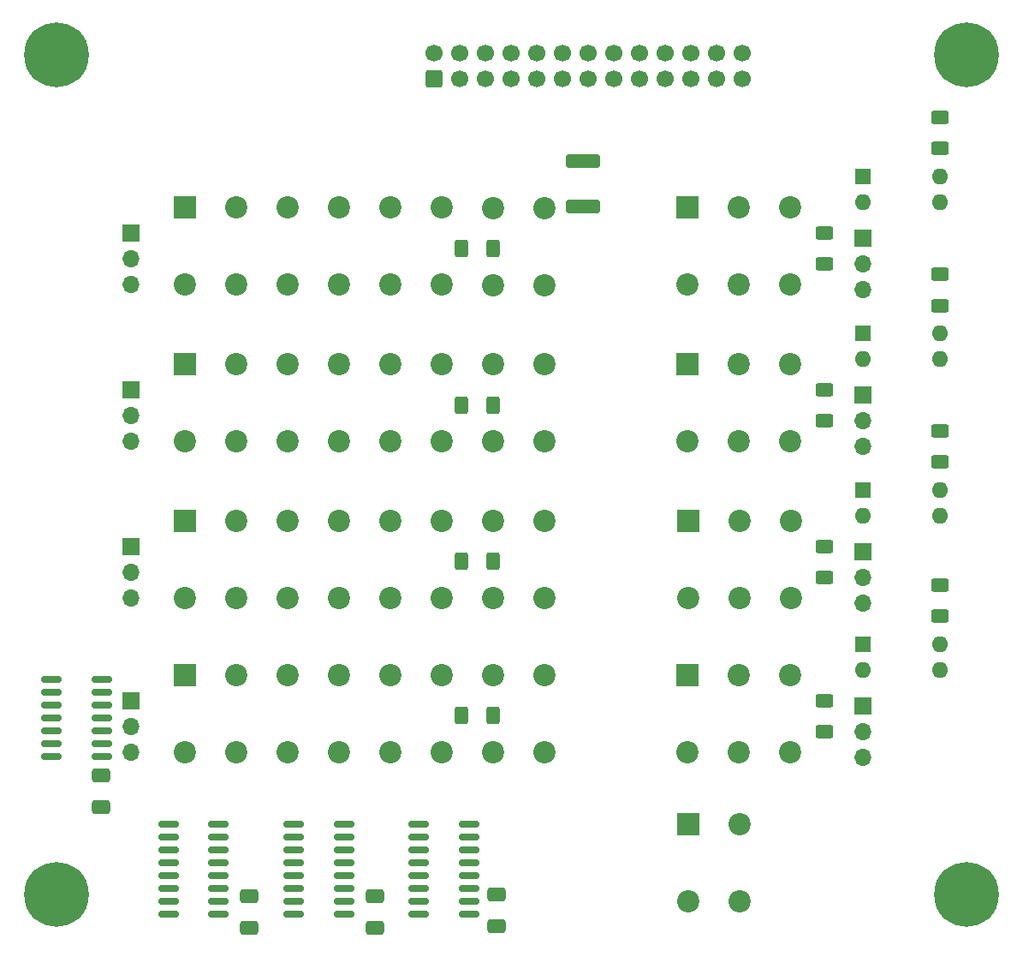
<source format=gbr>
%TF.GenerationSoftware,KiCad,Pcbnew,7.0.7*%
%TF.CreationDate,2023-10-27T11:47:26+02:00*%
%TF.ProjectId,BOB4AXIS,424f4234-4158-4495-932e-6b696361645f,rev?*%
%TF.SameCoordinates,Original*%
%TF.FileFunction,Soldermask,Bot*%
%TF.FilePolarity,Negative*%
%FSLAX46Y46*%
G04 Gerber Fmt 4.6, Leading zero omitted, Abs format (unit mm)*
G04 Created by KiCad (PCBNEW 7.0.7) date 2023-10-27 11:47:26*
%MOMM*%
%LPD*%
G01*
G04 APERTURE LIST*
G04 Aperture macros list*
%AMRoundRect*
0 Rectangle with rounded corners*
0 $1 Rounding radius*
0 $2 $3 $4 $5 $6 $7 $8 $9 X,Y pos of 4 corners*
0 Add a 4 corners polygon primitive as box body*
4,1,4,$2,$3,$4,$5,$6,$7,$8,$9,$2,$3,0*
0 Add four circle primitives for the rounded corners*
1,1,$1+$1,$2,$3*
1,1,$1+$1,$4,$5*
1,1,$1+$1,$6,$7*
1,1,$1+$1,$8,$9*
0 Add four rect primitives between the rounded corners*
20,1,$1+$1,$2,$3,$4,$5,0*
20,1,$1+$1,$4,$5,$6,$7,0*
20,1,$1+$1,$6,$7,$8,$9,0*
20,1,$1+$1,$8,$9,$2,$3,0*%
G04 Aperture macros list end*
%ADD10C,2.200000*%
%ADD11R,2.200000X2.200000*%
%ADD12C,0.800000*%
%ADD13C,6.400000*%
%ADD14R,1.700000X1.700000*%
%ADD15O,1.700000X1.700000*%
%ADD16R,1.600000X1.600000*%
%ADD17O,1.600000X1.600000*%
%ADD18RoundRect,0.250000X0.600000X-0.600000X0.600000X0.600000X-0.600000X0.600000X-0.600000X-0.600000X0*%
%ADD19C,1.700000*%
%ADD20RoundRect,0.250000X0.400000X0.625000X-0.400000X0.625000X-0.400000X-0.625000X0.400000X-0.625000X0*%
%ADD21RoundRect,0.250000X0.650000X-0.412500X0.650000X0.412500X-0.650000X0.412500X-0.650000X-0.412500X0*%
%ADD22RoundRect,0.250000X-0.625000X0.400000X-0.625000X-0.400000X0.625000X-0.400000X0.625000X0.400000X0*%
%ADD23RoundRect,0.250000X-1.450000X0.400000X-1.450000X-0.400000X1.450000X-0.400000X1.450000X0.400000X0*%
%ADD24RoundRect,0.150000X-0.825000X-0.150000X0.825000X-0.150000X0.825000X0.150000X-0.825000X0.150000X0*%
%ADD25RoundRect,0.250000X-0.650000X0.412500X-0.650000X-0.412500X0.650000X-0.412500X0.650000X0.412500X0*%
G04 APERTURE END LIST*
D10*
%TO.C,J5*%
X17652959Y-27715433D03*
D11*
X17652959Y-20095417D03*
D10*
X22732970Y-27715433D03*
X22732970Y-20095417D03*
X27812980Y-27715433D03*
X27812980Y-20095417D03*
X32892990Y-27701209D03*
X32892990Y-20095417D03*
X37973000Y-27715433D03*
X37973000Y-20095417D03*
X43053010Y-27715433D03*
X43053010Y-20095417D03*
X48133020Y-27725339D03*
X48133020Y-20105323D03*
X53213031Y-27720259D03*
X53213031Y-20100243D03*
%TD*%
D12*
%TO.C,H3*%
X92600000Y-5000000D03*
X93302944Y-3302944D03*
X93302944Y-6697056D03*
X95000000Y-2600000D03*
D13*
X95000000Y-5000000D03*
D12*
X95000000Y-7400000D03*
X96697056Y-3302944D03*
X96697056Y-6697056D03*
X97400000Y-5000000D03*
%TD*%
D14*
%TO.C,JP6*%
X12319000Y-38100000D03*
D15*
X12319000Y-40640000D03*
X12319000Y-43180000D03*
%TD*%
D10*
%TO.C,J8*%
X17652949Y-73914016D03*
D11*
X17652949Y-66294000D03*
D10*
X22732960Y-73914016D03*
X22732960Y-66294000D03*
X27812970Y-73914016D03*
X27812970Y-66294000D03*
X32892980Y-73899792D03*
X32892980Y-66294000D03*
X37972990Y-73914016D03*
X37972990Y-66294000D03*
X43053000Y-73914016D03*
X43053000Y-66294000D03*
X48133010Y-73923922D03*
X48133010Y-66303906D03*
X53213021Y-73918842D03*
X53213021Y-66298826D03*
%TD*%
D14*
%TO.C,JP3*%
X84734000Y-54117000D03*
D15*
X84734000Y-56657000D03*
X84734000Y-59197000D03*
%TD*%
D14*
%TO.C,JP8*%
X12319000Y-68834000D03*
D15*
X12319000Y-71374000D03*
X12319000Y-73914000D03*
%TD*%
D10*
%TO.C,J1*%
X67380985Y-27703013D03*
D11*
X67380985Y-20082997D03*
D10*
X72460995Y-27703013D03*
X72460995Y-20082997D03*
X77541005Y-27703013D03*
X77541005Y-20082997D03*
%TD*%
D16*
%TO.C,U3*%
X84709000Y-48006000D03*
D17*
X84709000Y-50546000D03*
X92329000Y-50546000D03*
X92329000Y-48006000D03*
%TD*%
D12*
%TO.C,H1*%
X2600000Y-5000000D03*
X3302944Y-3302944D03*
X3302944Y-6697056D03*
X5000000Y-2600000D03*
D13*
X5000000Y-5000000D03*
D12*
X5000000Y-7400000D03*
X6697056Y-3302944D03*
X6697056Y-6697056D03*
X7400000Y-5000000D03*
%TD*%
D16*
%TO.C,U1*%
X84709000Y-17018000D03*
D17*
X84709000Y-19558000D03*
X92329000Y-19558000D03*
X92329000Y-17018000D03*
%TD*%
D10*
%TO.C,J6*%
X17652928Y-43175190D03*
D11*
X17652928Y-35555174D03*
D10*
X22732939Y-43175190D03*
X22732939Y-35555174D03*
X27812949Y-43175190D03*
X27812949Y-35555174D03*
X32892959Y-43160966D03*
X32892959Y-35555174D03*
X37972969Y-43175190D03*
X37972969Y-35555174D03*
X43052979Y-43175190D03*
X43052979Y-35555174D03*
X48132989Y-43185096D03*
X48132989Y-35565080D03*
X53213000Y-43180016D03*
X53213000Y-35560000D03*
%TD*%
D18*
%TO.C,J9*%
X42291000Y-7366000D03*
D19*
X42291000Y-4826000D03*
X44831000Y-7366000D03*
X44831000Y-4826000D03*
X47371000Y-7366000D03*
X47371000Y-4826000D03*
X49911000Y-7366000D03*
X49911000Y-4826000D03*
X52451000Y-7366000D03*
X52451000Y-4826000D03*
X54991000Y-7366000D03*
X54991000Y-4826000D03*
X57531000Y-7366000D03*
X57531000Y-4826000D03*
X60071000Y-7366000D03*
X60071000Y-4826000D03*
X62611000Y-7366000D03*
X62611000Y-4826000D03*
X65151000Y-7366000D03*
X65151000Y-4826000D03*
X67691000Y-7366000D03*
X67691000Y-4826000D03*
X70231000Y-7366000D03*
X70231000Y-4826000D03*
X72771000Y-7366000D03*
X72771000Y-4826000D03*
%TD*%
D14*
%TO.C,JP2*%
X84709000Y-38608000D03*
D15*
X84709000Y-41148000D03*
X84709000Y-43688000D03*
%TD*%
D14*
%TO.C,JP7*%
X12319000Y-53594000D03*
D15*
X12319000Y-56134000D03*
X12319000Y-58674000D03*
%TD*%
D14*
%TO.C,JP4*%
X84709000Y-69342000D03*
D15*
X84709000Y-71882000D03*
X84709000Y-74422000D03*
%TD*%
D10*
%TO.C,J4*%
X67380985Y-73914016D03*
D11*
X67380985Y-66294000D03*
D10*
X72460995Y-73914016D03*
X72460995Y-66294000D03*
X77541005Y-73914016D03*
X77541005Y-66294000D03*
%TD*%
%TO.C,U7*%
X72517000Y-88646000D03*
X72517000Y-81025984D03*
X67436990Y-88646000D03*
D11*
X67436990Y-81025984D03*
%TD*%
D10*
%TO.C,J2*%
X67380985Y-43180016D03*
D11*
X67380985Y-35560000D03*
D10*
X72460995Y-43180016D03*
X72460995Y-35560000D03*
X77541005Y-43180016D03*
X77541005Y-35560000D03*
%TD*%
D16*
%TO.C,U4*%
X84709000Y-63246000D03*
D17*
X84709000Y-65786000D03*
X92329000Y-65786000D03*
X92329000Y-63246000D03*
%TD*%
D12*
%TO.C,H2*%
X2600000Y-88000000D03*
X3302944Y-86302944D03*
X3302944Y-89697056D03*
X5000000Y-85600000D03*
D13*
X5000000Y-88000000D03*
D12*
X5000000Y-90400000D03*
X6697056Y-86302944D03*
X6697056Y-89697056D03*
X7400000Y-88000000D03*
%TD*%
D14*
%TO.C,JP1*%
X84709000Y-23114000D03*
D15*
X84709000Y-25654000D03*
X84709000Y-28194000D03*
%TD*%
D12*
%TO.C,H4*%
X92600000Y-88000000D03*
X93302944Y-86302944D03*
X93302944Y-89697056D03*
X95000000Y-85600000D03*
D13*
X95000000Y-88000000D03*
D12*
X95000000Y-90400000D03*
X96697056Y-86302944D03*
X96697056Y-89697056D03*
X97400000Y-88000000D03*
%TD*%
D10*
%TO.C,J7*%
X17652939Y-58664110D03*
D11*
X17652939Y-51044094D03*
D10*
X22732950Y-58664110D03*
X22732950Y-51044094D03*
X27812960Y-58664110D03*
X27812960Y-51044094D03*
X32892970Y-58649886D03*
X32892970Y-51044094D03*
X37972980Y-58664110D03*
X37972980Y-51044094D03*
X43052990Y-58664110D03*
X43052990Y-51044094D03*
X48133000Y-58674016D03*
X48133000Y-51054000D03*
X53213011Y-58668936D03*
X53213011Y-51048920D03*
%TD*%
%TO.C,J3*%
X67436980Y-58674016D03*
D11*
X67436980Y-51054000D03*
D10*
X72516990Y-58674016D03*
X72516990Y-51054000D03*
X77597000Y-58674016D03*
X77597000Y-51054000D03*
%TD*%
D14*
%TO.C,JP5*%
X12319000Y-22606000D03*
D15*
X12319000Y-25146000D03*
X12319000Y-27686000D03*
%TD*%
D16*
%TO.C,U2*%
X84709000Y-32512000D03*
D17*
X84709000Y-35052000D03*
X92329000Y-35052000D03*
X92329000Y-32512000D03*
%TD*%
D20*
%TO.C,R10*%
X48133000Y-24130000D03*
X45033000Y-24130000D03*
%TD*%
D21*
%TO.C,C4*%
X36449000Y-91224500D03*
X36449000Y-88099500D03*
%TD*%
D22*
%TO.C,R1*%
X80899000Y-22580000D03*
X80899000Y-25680000D03*
%TD*%
%TO.C,R7*%
X80899000Y-68808000D03*
X80899000Y-71908000D03*
%TD*%
D23*
%TO.C,F1*%
X57023000Y-15494000D03*
X57023000Y-19944000D03*
%TD*%
D22*
%TO.C,R5*%
X80899000Y-53568000D03*
X80899000Y-56668000D03*
%TD*%
D20*
%TO.C,R12*%
X48133000Y-70231000D03*
X45033000Y-70231000D03*
%TD*%
D22*
%TO.C,R8*%
X92329000Y-57378000D03*
X92329000Y-60478000D03*
%TD*%
D24*
%TO.C,U6*%
X28448000Y-89916000D03*
X28448000Y-88646000D03*
X28448000Y-87376000D03*
X28448000Y-86106000D03*
X28448000Y-84836000D03*
X28448000Y-83566000D03*
X28448000Y-82296000D03*
X28448000Y-81026000D03*
X33398000Y-81026000D03*
X33398000Y-82296000D03*
X33398000Y-83566000D03*
X33398000Y-84836000D03*
X33398000Y-86106000D03*
X33398000Y-87376000D03*
X33398000Y-88646000D03*
X33398000Y-89916000D03*
%TD*%
D20*
%TO.C,R11*%
X48133000Y-54991000D03*
X45033000Y-54991000D03*
%TD*%
D22*
%TO.C,R4*%
X92329000Y-26670000D03*
X92329000Y-29770000D03*
%TD*%
D25*
%TO.C,C2*%
X9398000Y-76161500D03*
X9398000Y-79286500D03*
%TD*%
D22*
%TO.C,R2*%
X92329000Y-11150000D03*
X92329000Y-14250000D03*
%TD*%
%TO.C,R6*%
X92329000Y-42138000D03*
X92329000Y-45238000D03*
%TD*%
D21*
%TO.C,C1*%
X48514000Y-91059000D03*
X48514000Y-87934000D03*
%TD*%
D24*
%TO.C,U5*%
X16067000Y-89886300D03*
X16067000Y-88616300D03*
X16067000Y-87346300D03*
X16067000Y-86076300D03*
X16067000Y-84806300D03*
X16067000Y-83536300D03*
X16067000Y-82266300D03*
X16067000Y-80996300D03*
X21017000Y-80996300D03*
X21017000Y-82266300D03*
X21017000Y-83536300D03*
X21017000Y-84806300D03*
X21017000Y-86076300D03*
X21017000Y-87346300D03*
X21017000Y-88616300D03*
X21017000Y-89886300D03*
%TD*%
D20*
%TO.C,R9*%
X48133000Y-39624000D03*
X45033000Y-39624000D03*
%TD*%
D21*
%TO.C,C3*%
X24003000Y-91224500D03*
X24003000Y-88099500D03*
%TD*%
D22*
%TO.C,R3*%
X80899000Y-38074000D03*
X80899000Y-41174000D03*
%TD*%
D24*
%TO.C,U8*%
X4510000Y-74295000D03*
X4510000Y-73025000D03*
X4510000Y-71755000D03*
X4510000Y-70485000D03*
X4510000Y-69215000D03*
X4510000Y-67945000D03*
X4510000Y-66675000D03*
X9460000Y-66675000D03*
X9460000Y-67945000D03*
X9460000Y-69215000D03*
X9460000Y-70485000D03*
X9460000Y-71755000D03*
X9460000Y-73025000D03*
X9460000Y-74295000D03*
%TD*%
%TO.C,U9*%
X40832000Y-89916000D03*
X40832000Y-88646000D03*
X40832000Y-87376000D03*
X40832000Y-86106000D03*
X40832000Y-84836000D03*
X40832000Y-83566000D03*
X40832000Y-82296000D03*
X40832000Y-81026000D03*
X45782000Y-81026000D03*
X45782000Y-82296000D03*
X45782000Y-83566000D03*
X45782000Y-84836000D03*
X45782000Y-86106000D03*
X45782000Y-87376000D03*
X45782000Y-88646000D03*
X45782000Y-89916000D03*
%TD*%
M02*

</source>
